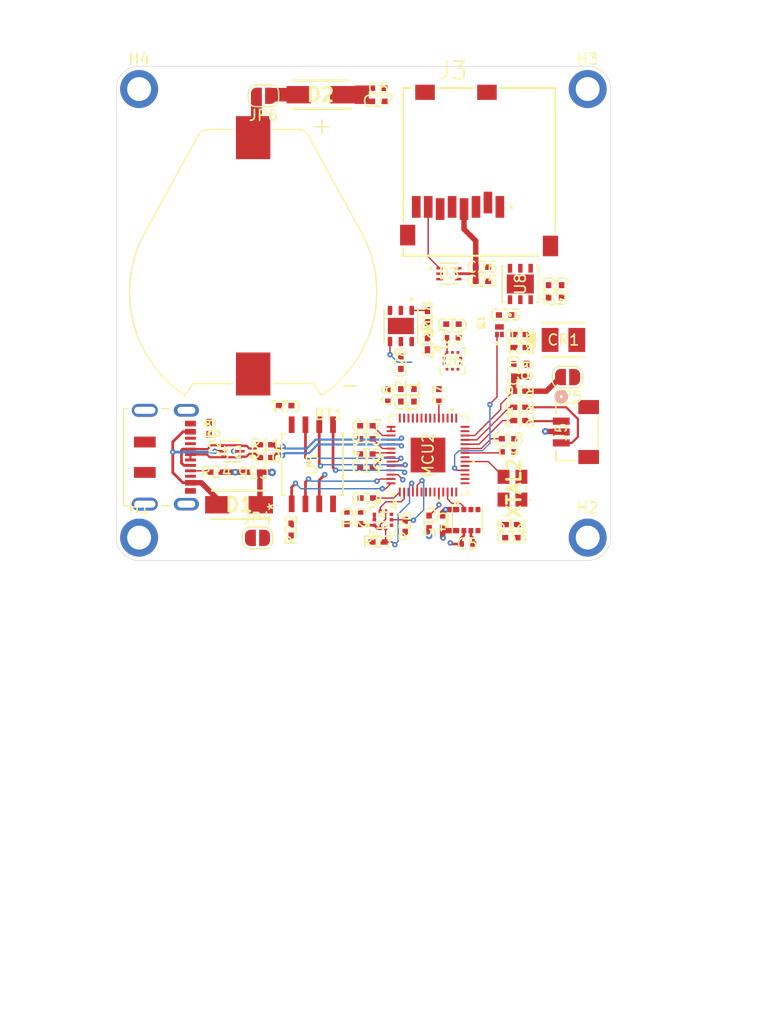
<source format=kicad_pcb>
(kicad_pcb (version 20241229) (generator "pcbnew") (generator_version "9.0")
  (layers (0 "F.Cu" signal) (4 "In1.Cu" power) (6 "In2.Cu" power) (2 "B.Cu" signal) (13 "F.Paste" user) (15 "B.Paste" user) (5 "F.SilkS" user "F.Silkscreen") (7 "B.SilkS" user "B.Silkscreen") (1 "F.Mask" user) (3 "B.Mask" user) (25 "Edge.Cuts" user))
  (net 0 "")
  (net 1 "GND")
  (net 2 "+3.3V")
  (net 3 "Net-(MCU2-VREG_VOUT)")
  (net 4 "Net-(MCU2-RUN)")
  (net 5 "VBUS")
  (net 6 "+6V")
  (net 7 "Net-(CR1-Pad1)")
  (net 8 "Net-(D2-A)")
  (net 9 "/SD-Card SCK SPI")
  (net 10 "/SD-Card MOSI SPI")
  (net 11 "/SD-Card  ~{CS} SPI")
  (net 12 "/SD-Card MISO SPI")
  (net 13 "/USB_DN")
  (net 14 "/SDA1 I2C")
  (net 15 "/SCL1 I2C")
  (net 18 "Net-(J20-CC2)")
  (net 22 "Net-(J20-CC1)")
  (net 28 "/USB ~{BOOT}")
  (net 29 "/MCU ~{BOOT}")
  (net 30 "/SCL0 I2C")
  (net 31 "/Humidity RDY")
  (net 33 "Net-(MCU2-SWD)")
  (net 34 "Net-(MCU2-SWCLK)")
  (net 35 "/SCK1 SPI")
  (net 36 "/MCU SD3 SPI")
  (net 37 "/MOSI1 SPI")
  (net 38 "/MCU ~{CS} SPI")
  (net 39 "/BAR2 RDY")
  (net 41 "/MCU SD1 SPI")
  (net 42 "/SDA0 I2C")
  (net 43 "/Crystal")
  (net 44 "/MISO1 SPI")
  (net 45 "Net-(XTAL2-TRI-STATE(STBY))")
  (net 46 "/MCU SCLK SPI")
  (net 50 "/BAR1 RDY")
  (net 52 "/MCU SD2 SPI")
  (net 54 "/MCU SD0 SPI")
  (net 55 "Net-(Q1-Pad2)")
  (net 56 "/SWD")
  (net 57 "/CLK SWD")
  (net 58 "VBAT")
  (net 60 "/D+")
  (net 61 "/D-")
  (net 63 "/USB_DP")
  (net 65 "/LED Status")
  (net 66 "/HUM ~{CS} SPI")
  (footprint "Capacitor-0402:Capacitor_0402" (layer "F.Cu") (at 127.4 84.8 90)
    (property "Reference" "C11")
    (property "Value" "100n")
  )
  (footprint "Resistor-0402:RES_0402" (layer "F.Cu") (at 128.65 77.547201 90)
    (property "Reference" "R18")
    (property "Value" "2k")
  )
  (footprint "Capacitor-0402:Capacitor_0402" (layer "F.Cu") (at 124.125 57.73)
    (property "Reference" "C27")
    (property "Value" "4.7u")
  )
  (footprint "MountingHole:MountingHole_2.2mm_M2_ISO7380_Pad_TopBottom" (layer "F.Cu") (at 143.4 97.9)
    (property "Reference" "H2")
    (property "Value" "MountingHole")
  )
  (footprint "Capacitor-0402:Capacitor_0402" (layer "F.Cu") (at 130.949996 79.496004)
    (property "Reference" "C3")
    (property "Value" "100nF")
  )
  (footprint "Capacitor-0402:Capacitor_0402" (layer "F.Cu") (at 140.999997 75.228499 -90)
    (property "Reference" "C24")
    (property "Value" "1u")
  )
  (footprint "Resistor-0402:RES_0402" (layer "F.Cu") (at 108.549999 87.847201 -90)
    (property "Reference" "R9")
    (property "Value" "5k1")
  )
  (footprint "MountingHole:MountingHole_2.2mm_M2_ISO7380_Pad_TopBottom" (layer "F.Cu") (at 143.4 56.6)
    (property "Reference" "H3")
    (property "Value" "MountingHole")
  )
  (footprint "Capacitor-0402:Capacitor_0402" (layer "F.Cu") (at 123.028499 91.4)
    (property "Reference" "C19")
    (property "Value" "100n")
  )
  (footprint "Capacitor-0402:Capacitor_0402" (layer "F.Cu") (at 112.649999 91.875 180)
    (property "Reference" "C36")
    (property "Value" "100n")
  )
  (footprint "Resistor-0402:RES_0402" (layer "F.Cu") (at 137.147201 84.420276 180)
    (property "Reference" "R16")
    (property "Value" "1k")
  )
  (footprint "LED-Green_VLMC3100-GS08:LED_PLCC_VSMB" (layer "F.Cu") (at 141.1681 79.7)
    (property "Reference" "CR1")
    (property "Value" "VLMC3100-GS08")
  )
  (footprint "Resistor-0402:RES_0402" (layer "F.Cu") (at 113.749999 90.525)
    (property "Reference" "R10")
    (property "Value" "27")
  )
  (footprint "Resistor-0402:RES_0402" (layer "F.Cu") (at 128.65 80.052799 -90)
    (property "Reference" "R17")
    (property "Value" "2k")
  )
  (footprint "BARO LPS22DFTR:QFN_22DFTR_STM" (layer "F.Cu") (at 124.549937 96.2571 90)
    (property "Reference" "U4")
    (property "Value" "LPS22DFTR")
  )
  (footprint "Capacitor-0402:Capacitor_0402" (layer "F.Cu") (at 136.6 82.491777 90)
    (property "Reference" "C20")
    (property "Value" "1u")
  )
  (footprint "Resistor-0402:RES_0402" (layer "F.Cu") (at 137.147201 87.121623 180)
    (property "Reference" "R12")
    (property "Value" "100")
  )
  (footprint "Diode-Schottky_RSX301L:DIOM5026X220N" (layer "F.Cu") (at 111.3 94.875002 180)
    (property "Reference" "D1")
    (property "Value" "RSX301L-30DDTE25" (hide yes))
  )
  (footprint "USBC-DX07S016JA1:JAE_DX07S016JA1R1500" (layer "F.Cu") (at 105.725 90.5 -90)
    (property "Reference" "J20")
    (property "Value" "DX07S016JA1R1500")
    (fp_line (start 3.125 0.315) (end 2.875 0.315) (stroke (width 0.01)) (layer "Edge.Cuts"))
    (fp_line (start 2.875 -0.315) (end 3.125 -0.315) (stroke (width 0.01)) (layer "Edge.Cuts"))
    (fp_arc (start 2.875 0.315) (mid 2.652261 0.222739) (end 2.56 0) (stroke (width 0.01)) (layer "Edge.Cuts"))
    (fp_arc (start 2.56 0) (mid 2.652261 -0.222739) (end 2.875 -0.315) (stroke (width 0.01)) (layer "Edge.Cuts"))
    (fp_arc (start 3.44 0) (mid 3.347739 0.222739) (end 3.125 0.315) (stroke (width 0.01)) (layer "Edge.Cuts"))
    (fp_arc (start 3.125 -0.315) (mid 3.347739 -0.222739) (end 3.44 0) (stroke (width 0.01)) (layer "Edge.Cuts"))
  )
  (footprint "Jumper:SolderJumper-2_P1.3mm_Open_RoundedPad1.0x1.5mm" (layer "F.Cu") (at 113 97.925)
    (property "Reference" "JP4")
    (property "Value" "Jumper_2_Open")
  )
  (footprint "Resistor-0402:RES_0402" (layer "F.Cu") (at 137.174998 79.200001 180)
    (property "Reference" "R20")
    (property "Value" "1k")
  )
  (footprint "Resistor-0402:RES_0402" (layer "F.Cu") (at 109.174999 91.875)
    (property "Reference" "R24")
    (property "Value" "5k1")
  )
  (footprint "Capacitor-0402:Capacitor_0402" (layer "F.Cu") (at 133.665 74.3)
    (property "Reference" "C25")
    (property "Value" "4.7u")
  )
  (footprint "Resistor-0402:RES_0402" (layer "F.Cu") (at 124.097201 98.3)
    (property "Reference" "R27")
    (property "Value" "2k")
  )
  (footprint "Capacitor-0402:Capacitor_0402" (layer "F.Cu") (at 133.665 73)
    (property "Reference" "C26")
    (property "Value" "4.7u")
  )
  (footprint "RP2040:QFN56_7X7_RPI" (layer "F.Cu") (at 128.7 90.3 90)
    (property "Reference" "MCU2")
    (property "Value" "RP2040")
  )
  (footprint "BARO BMP581:QFN10_BMP581_BOS" (layer "F.Cu") (at 130.949999 81.623001)
    (property "Reference" "U6")
    (property "Value" "BMP581")
  )
  (footprint "1062TR:BAT_1062TR" (layer "F.Cu") (at 112.6 71.955 180)
    (property "Reference" "BT1")
    (property "Value" "1062TR")
  )
  (footprint "Capacitor-0402:Capacitor_0402" (layer "F.Cu") (at 121.237336 96.085725 -90)
    (property "Reference" "C1")
    (property "Value" "100nF")
  )
  (footprint "Capacitor-0402:Capacitor_0402" (layer "F.Cu") (at 123.028499 87.6)
    (property "Reference" "C17")
    (property "Value" "100n")
  )
  (footprint "Resistor-0402:RES_0402" (layer "F.Cu") (at 136.375 96.7 180)
    (property "Reference" "R19")
    (property "Value" "10k")
  )
  (footprint "Capacitor-0402:Capacitor_0402" (layer "F.Cu") (at 136.071501 90)
    (property "Reference" "C9")
    (property "Value" "100n")
  )
  (footprint "Resistor-0402:RES_0402" (layer "F.Cu") (at 137.174998 80.400001 180)
    (property "Reference" "R21")
    (property "Value" "2k")
  )
  (footprint "HDC2080DMBR:SON100P300X300X80-7N" (layer "F.Cu") (at 126.2 78.415 -90)
    (property "Reference" "U1")
    (property "Value" "HDC2080DMBR")
  )
  (footprint "Capacitor-0402:Capacitor_0402" (layer "F.Cu") (at 128.800001 96.441544 -90)
    (property "Reference" "C15")
    (property "Value" "100n")
  )
  (footprint "TVS-SP3004:SOT563_LTF" (layer "F.Cu") (at 130.625 73.6)
    (property "Reference" "D3")
    (property "Value" "SP3004-04XTG")
  )
  (footprint "Capacitor-0402:Capacitor_0402" (layer "F.Cu") (at 130.949998 78.246001 180)
    (property "Reference" "C13")
    (property "Value" "100nF")
  )
  (footprint "Capacitor-0402:Capacitor_0402" (layer "F.Cu") (at 132.300001 98.488745)
    (property "Reference" "C5")
    (property "Value" "100n")
  )
  (footprint "Capacitor-0402:Capacitor_0402" (layer "F.Cu") (at 136.071501 88.8)
    (property "Reference" "C18")
    (property "Value" "1u")
  )
  (footprint "AS12MHz:ASE24576MHZLCT" (layer "F.Cu") (at 136.475 93.35 90)
    (property "Reference" "XTAL2")
    (property "Value" "ASE-12.000MHZ-LC-T" (hide yes))
  )
  (footprint "Resistor-0402:RES_0402" (layer "F.Cu") (at 113.749999 89.35)
    (property "Reference" "R11")
    (property "Value" "27")
  )
  (footprint "Jumper:SolderJumper-2_P1.3mm_Open_RoundedPad1.0x1.5mm" (layer "F.Cu") (at 141.550001 83.120276 180)
    (property "Reference" "JP5")
    (property "Value" "Jumper_2_Open")
  )
  (footprint "Capacitor-0402:Capacitor_0402" (layer "F.Cu") (at 126.2 84.8 90)
    (property "Reference" "C12")
    (property "Value" "100n")
  )
  (footprint "TVS-SP3004:SOT563_LTF" (layer "F.Cu") (at 110.667399 89.95 180)
    (property "Reference" "D4")
    (property "Value" "SP3004-04XTG")
  )
  (footprint "Capacitor-0402:Capacitor_0402" (layer "F.Cu") (at 124.125 56.53)
    (property "Reference" "C6")
    (property "Value" "4.7u")
  )
  (footprint "Capacitor-0402:Capacitor_0402" (layer "F.Cu") (at 126.2 81.797201 90)
    (property "Reference" "C28")
    (property "Value" "100n")
  )
  (footprint "NOR Flash:SOIC_208MIL_WIN" (layer "F.Cu") (at 118.05 91.15 90)
    (property "Reference" "U5")
    (property "Value" "W25Q128JVSIQ TR")
  )
  (footprint "BME280:BME280" (layer "F.Cu") (at 132.325001 96.288745 90)
    (property "Reference" "HM1")
    (property "Value" "PSON65P250X250X100-8N")
  )
  (footprint "SD-CARD_MEM2061-01-188-00-A:GCT_MEM2061-01-188-00-A_REVA" (layer "F.Cu") (at 133.375 64.225)
    (property "Reference" "J3")
    (property "Value" "MEM2061-01-188-00-A_REVA")
  )
  (footprint "LDO ST1L05A:DFN_5APU33R_STM" (layer "F.Cu") (at 137.2 74.5478 90)
    (property "Reference" "U8")
    (property "Value" "ST1L05APU33R")
  )
  (footprint "Resistor-0402:RES_0402" (layer "F.Cu") (at 116.1 97.202799 90)
    (property "Reference" "R22")
    (property "Value" "1k")
  )
  (footprint "PNP_BC857CMB_315:TRANS_PMZB550UNEYL" (layer "F.Cu") (at 135.275 78.850001 90)
    (property "Reference" "Q1")
    (property "Value" "BC857CMB_315")
  )
  (footprint "MountingHole:MountingHole_2.2mm_M2_ISO7380_Pad_TopBottom" (layer "F.Cu") (at 102.1 56.6)
    (property "Reference" "H4")
    (property "Value" "MountingHole")
  )
  (footprint "Capacitor-0402:Capacitor_0402" (layer "F.Cu") (at 139.8 75.228499 -90)
    (property "Reference" "C22")
    (property "Value" "4.7u")
  )
  (footprint "Resistor-0402:RES_0402" (layer "F.Cu") (at 126.6 96.852799 90)
    (property "Reference" "R26")
    (property "Value" "2k")
  )
  (footprint "Capacitor-0402:Capacitor_0402" (layer "F.Cu") (at 125 84.8 90)
    (property "Reference" "C8")
    (property "Value" "1uF")
  )
  (footprint "Capacitor-0402:Capacitor_0402" (layer "F.Cu") (at 130.050001 96.441544 -90)
    (property "Reference" "C4")
    (property "Value" "100n")
  )
  (footprint "Capacitor-0402:Capacitor_0402" (layer "F.Cu") (at 123.028499 90.2 180)
    (property "Reference" "C14")
    (property "Value" "100n")
  )
  (footprint "MountingHole:MountingHole_2.2mm_M2_ISO7380_Pad_TopBottom" (layer "F.Cu") (at 102.1 97.9)
    (property "Reference" "H1")
    (property "Value" "MountingHole")
  )
  (footprint "Capacitor-0402:Capacitor_0402" (layer "F.Cu") (at 136.374999 97.9)
    (property "Reference" "C33")
    (property "Value" "1uF")
  )
  (footprint "Jumper:SolderJumper-2_P1.3mm_Open_RoundedPad1.0x1.5mm" (layer "F.Cu") (at 113.550001 57.22 180)
    (property "Reference" "JP6")
    (property "Value" "Jumper_2_Open")
  )
  (footprint "Capacitor-0402:Capacitor_0402" (layer "F.Cu") (at 135.8 77.402799)
    (property "Reference" "C23")
    (property "Value" "4.7u")
  )
  (footprint "Resistor-0402:RES_0402" (layer "F.Cu") (at 137.147201 85.9 180)
    (property "Reference" "R15")
    (property "Value" "100")
  )
  (footprint "Capacitor-0402:Capacitor_0402" (layer "F.Cu") (at 129.7 84.8 90)
    (property "Reference" "C7")
    (property "Value" "100n")
  )
  (footprint "Capacitor-0402:Capacitor_0402" (layer "F.Cu") (at 115.55 85.750001 180)
    (property "Reference" "C21")
    (property "Value" "100n")
  )
  (footprint "Diode-Schottky_RSX301L:DIOM5026X220N" (layer "F.Cu") (at 118.8 57.12 180)
    (property "Reference" "D2")
    (property "Value" "RSX301L-30DDTE25" (hide yes))
  )
  (footprint "Capacitor-0402:Capacitor_0402" (layer "F.Cu") (at 123.028499 88.8 180)
    (property "Reference" "C16")
    (property "Value" "100n")
  )
  (footprint "Capacitor-0402:Capacitor_0402" (layer "F.Cu") (at 123.065835 94.257226 180)
    (property "Reference" "C10")
    (property "Value" "100n")
  )
  (footprint "Capacitor-0402:Capacitor_0402" (layer "F.Cu") (at 122.493512 96.085725 -90)
    (property "Reference" "C2")
    (property "Value" "100nF")
  )
  (footprint "SWD_Con:CONN_BM03B-SRSS-TBLFSN_JST" (layer "F.Cu") (at 142.394256 88.179723 90)
    (property "Reference" "J5")
    (property "Value" "BM03B-SRSS-TBLFSN")
  )
  (footprint "Resistor-0402:RES_0402" (layer "F.Cu") (at 137.790652 82.491777 -90)
    (property "Reference" "R8")
    (property "Value" "1k")
  )
  (gr_arc (start 145.5 97.9) (mid 144.884924 99.384924) (end 143.4 100) (stroke (width 0.05)) (layer "Edge.Cuts"))
  (gr_arc (start 102.1 100) (mid 100.615076 99.384924) (end 100 97.9) (stroke (width 0.05)) (layer "Edge.Cuts"))
  (gr_arc (start 100 56.6) (mid 100.615076 55.115076) (end 102.1 54.5) (stroke (width 0.05)) (layer "Edge.Cuts"))
  (gr_line (start 145.5 56.6) (end 145.5 97.9) (stroke (width 0.05)) (layer "Edge.Cuts"))
  (gr_arc (start 143.4 54.5) (mid 144.884924 55.115076) (end 145.5 56.6) (stroke (width 0.05)) (layer "Edge.Cuts"))
  (gr_line (start 100 97.9) (end 100 56.6) (stroke (width 0.05)) (layer "Edge.Cuts"))
  (gr_line (start 102.1 54.5) (end 143.4 54.5) (stroke (width 0.05)) (layer "Edge.Cuts"))
  (gr_line (start 143.4 100) (end 102.1 100) (stroke (width 0.05)) (layer "Edge.Cuts"))
  (segment (start 123.762537 95.756973) (end 123.762536 96.257099) (width 0.25) (layer "F.Cu") (net 1))
  (segment (start 139.494402 88.121623) (end 140.907752 88.121623) (width 0.5) (layer "F.Cu") (net 1))
  (segment (start 110.949999 91.875) (end 112.078499 91.875) (width 0.5) (layer "F.Cu") (net 1))
  (segment (start 109.727798 91.875) (end 110.949999 91.875) (width 0.5) (layer "F.Cu") (net 1))
  (segment (start 111.518299 89.95) (end 110.799999 89.95) (width 0.25) (layer "F.Cu") (net 1))
  (segment (start 141.007754 88.221623) (end 140.965852 88.179724) (width 0.5) (layer "F.Cu") (net 1))
  (segment (start 130.050001 95.870043) (end 130.050001 95.588745) (width 0.5) (layer "F.Cu") (net 1))
  (segment (start 130.050001 95.588745) (end 130.320001 95.318745) (width 0.5) (layer "F.Cu") (net 1))
  (segment (start 130.850001 98.488745) (end 130.750001 98.388745) (width 0.25) (layer "F.Cu") (net 1))
  (segment (start 128.800001 97.013045) (end 128.800001 97.738745) (width 0.5) (layer "F.Cu") (net 1))
  (segment (start 130.320001 95.318745) (end 131.324001 95.318745) (width 0.5) (layer "F.Cu") (net 1))
  (segment (start 140.907752 88.121623) (end 140.965852 88.179724) (width 0.5) (layer "F.Cu") (net 1))
  (segment (start 132.000001 97.258745) (end 132.000001 97.713244) (width 0.25) (layer "F.Cu") (net 1))
  (segment (start 131.7285 97.984745) (end 131.7285 98.488745) (width 0.25) (layer "F.Cu") (net 1))
  (segment (start 131.7285 98.488745) (end 130.850001 98.488745) (width 0.25) (layer "F.Cu") (net 1))
  (segment (start 132.000001 97.713244) (end 131.7285 97.984745) (width 0.25) (layer "F.Cu") (net 1))
  (via (at 110.949999 91.875) (size 0.6) (drill 0.3) (layers "F.Cu" "B.Cu") (net 1))
  (via (at 130.320001 95.318745) (size 0.5) (drill 0.2) (layers "F.Cu" "B.Cu") (net 1))
  (via (at 110.799999 89.95) (size 0.5) (drill 0.2) (layers "F.Cu" "B.Cu") (net 1))
  (via (at 128.800001 97.738745) (size 0.6) (drill 0.25) (layers "F.Cu" "B.Cu") (net 1))
  (via (at 139.494402 88.121623) (size 0.6) (drill 0.25) (layers "F.Cu" "B.Cu") (net 1))
  (via (at 130.750001 98.388745) (size 0.5) (drill 0.2) (layers "F.Cu" "B.Cu") (net 1))
  (segment (start 130.45 80.85) (end 130.45 79.567509) (width 0.125) (layer "F.Cu") (net 2))
  (segment (start 130.189698 81.110302) (end 130.45 80.85) (width 0.125) (layer "F.Cu") (net 2))
  (segment (start 124.500001 89.700001) (end 125.2964 89.700001) (width 0.125) (layer "F.Cu") (net 2))
  (segment (start 132.871502 97.984745) (end 132.871502 98.488745) (width 0.25) (layer "F.Cu") (net 2))
  (segment (start 132.950001 98.338745) (end 132.950001 98.388745) (width 0.25) (layer "F.Cu") (net 2))
  (segment (start 123.637335 94.257226) (end 125.546374 94.257226) (width 0.125) (layer "F.Cu") (net 2))
  (segment (start 123.762537 96.757225) (end 122.578374 96.757226) (width 0.25) (layer "F.Cu") (net 2))
  (segment (start 129.7 85.3715) (end 129.700001 86.8964) (width 0.125) (layer "F.Cu") (net 2))
  (segment (start 124.299873 97.044499) (end 124.049811 97.044499) (width 0.25) (layer "F.Cu") (net 2))
  (segment (start 128.818703 95.870043) (end 128.800001 95.870043) (width 0.125) (layer "F.Cu") (net 2))
  (segment (start 124.049811 97.044499) (end 123.762537 96.757225) (width 0.25) (layer "F.Cu") (net 2))
  (segment (start 133.0935 70.5785) (end 132.015 69.5) (width 0.5) (layer "F.Cu") (net 2))
  (segment (start 124.8 96.2) (end 124.299874 96.700126) (width 0.125) (layer "F.Cu") (net 2))
  (segment (start 124.299874 96.700126) (end 124.299874 97.0445) (width 0.125) (layer "F.Cu") (net 2))
  (segment (start 132.015 69.5) (end 132.015 67.65) (width 0.5) (layer "F.Cu") (net 2))
  (segment (start 130.050001 97.013045) (end 130.050001 97.888745) (width 0.5) (layer "F.Cu") (net 2))
  (segment (start 130.189697 81.373001) (end 130.189698 81.110302) (width 0.125) (layer "F.Cu") (net 2))
  (segment (start 131.4759 73.6) (end 133.0935 73.6) (width 0.25) (layer "F.Cu") (net 2))
  (segment (start 123.6 90.3) (end 123.8 90.1) (width 0.125) (layer "F.Cu") (net 2))
  (segment (start 135.4 90.1) (end 132.1036 90.1) (width 0.125) (layer "F.Cu") (net 2))
  (segment (start 130.050001 97.138745) (end 130.170001 97.258745) (width 0.5) (layer "F.Cu") (net 2))
  (segment (start 124.8 95.4697) (end 124.8 96.2) (width 0.125) (layer "F.Cu") (net 2))
  (segment (start 129.700001 94.988745) (end 128.818703 95.870043) (width 0.125) (layer "F.Cu") (net 2))
  (segment (start 130.050001 97.888745) (end 130.100001 97.938745) (width 0.5) (layer "F.Cu") (net 2))
  (segment (start 130.45 79.567509) (end 130.378495 79.496004) (width 0.125) (layer "F.Cu") (net 2))
  (segment (start 125.546374 94.257226) (end 126.1 93.7036) (width 0.125) (layer "F.Cu") (net 2))
  (segment (start 130.170001 97.258745) (end 131.324001 97.258745) (width 0.5) (layer "F.Cu") (net 2))
  (segment (start 132.650001 97.763244) (end 132.871502 97.984745) (width 0.25) (layer "F.Cu") (net 2))
  (segment (start 130.050001 97.013045) (end 130.050001 97.138745) (width 0.5) (layer "F.Cu") (net 2))
  (segment (start 129.700001 94.888745) (end 129.700001 94.988745) (width 0.125) (layer "F.Cu") (net 2))
  (segment (start 133.0935 74.3) (end 133.0935 73.6) (width 0.5) (layer "F.Cu") (net 2))
  (segment (start 125.2964 88.099999) (end 125.2964 87.7) (width 0.125) (layer "F.Cu") (net 2))
  (segment (start 131.349999 97.433745) (end 131.349999 97.188748) (width 0.125) (layer "F.Cu") (net 2))
  (segment (start 132.649999 97.188746) (end 132.65 97.35) (width 0.125) (layer "F.Cu") (net 2))
  (segment (start 123.6 88.8) (end 124.500001 89.700001) (width 0.125) (layer "F.Cu") (net 2))
  (segment (start 129.700001 93.7036) (end 129.700001 94.888745) (width 0.125) (layer "F.Cu") (net 2))
  (segment (start 133.0935 73) (end 133.0935 70.5785) (width 0.5) (layer "F.Cu") (net 2))
  (segment (start 133.0935 73.6) (end 133.0935 73) (width 0.5) (layer "F.Cu") (net 2))
  (segment (start 135.5 90) (end 135.4 90.1) (width 0.125) (layer "F.Cu") (net 2))
  (segment (start 123.8 90.1) (end 125.2964 90.1) (width 0.125) (layer "F.Cu") (net 2))
  (segment (start 132.650001 97.258745) (end 132.650001 97.763244) (width 0.25) (layer "F.Cu") (net 2))
  (via (at 129.700001 94.888745) (size 0.5) (drill 0.2) (layers "F.Cu" "B.Cu") (net 2))
  (via (at 130.100001 97.938745) (size 0.5) (drill 0.2) (layers "F.Cu" "B.Cu") (net 2))
  (segment (start 134.500001 88.8) (end 135.5 88.8) (width 0.125) (layer "F.Cu") (net 3))
  (segment (start 133.6 89.700001) (end 132.1036 89.700001) (width 0.125) (layer "F.Cu") (net 3))
  (segment (start 133.6 89.700001) (end 134.500001 88.8) (width 0.125) (layer "F.Cu") (net 3))
  (segment (start 123.6 87.6) (end 124.500001 88.500001) (width 0.125) (layer "F.Cu") (net 3))
  (segment (start 124.6 90.5) (end 125.2964 90.5) (width 0.125) (layer "F.Cu") (net 3))
  (segment (start 123.6 91.5) (end 124.6 90.5) (width 0.125) (layer "F.Cu") (net 3))
  (segment (start 124.500001 88.500001) (end 125.2964 88.500001) (width 0.125) (layer "F.Cu") (net 3))
  (segment (start 135.400001 85.6) (end 136.579725 84.420276) (width 0.125) (layer "F.Cu") (net 4))
  (segment (start 136.6 83.063278) (end 137.77195 83.063278) (width 0.5) (layer "F.Cu") (net 4))
  (segment (start 135.400001 85.6) (end 135.400001 86.099999) (width 0.125) (layer "F.Cu") (net 4))
  (segment (start 136.579725 84.420276) (end 136.594402 84.420276) (width 0.125) (layer "F.Cu") (net 4))
  (segment (start 136.594402 84.420276) (end 136.594402 83.15768) (width 0.5) (layer "F.Cu") (net 4))
  (segment (start 135.400001 86.099999) (end 132.999999 88.500001) (width 0.125) (layer "F.Cu") (net 4))
  (segment (start 132.999999 88.500001) (end 132.1036 88.500001) (width 0.125) (layer "F.Cu") (net 4))
  (segment (start 137.77195 83.063278) (end 137.790652 83.044576) (width 0.5) (layer "F.Cu") (net 4))
  (segment (start 109.816498 89.950001) (end 109.067399 89.95) (width 0.25) (layer "F.Cu") (net 5))
  (segment (start 105.2 90.025) (end 105.2 91.911999) (width 0.25) (layer "F.Cu") (net 5))
  (segment (start 107.825 92.85) (end 109.3 94.325) (width 0.5) (layer "F.Cu") (net 5))
  (segment (start 105.2 89.088003) (end 106.138002 88.150002) (width 0.25) (layer "F.Cu") (net 5))
  (segment (start 106.825 92.85) (end 107.825 92.85) (width 0.5) (layer "F.Cu") (net 5))
  (segment (start 105.2 90.025) (end 105.2 89.088003) (width 0.25) (layer "F.Cu") (net 5))
  (segment (start 109.3 94.325) (end 109.3 94.875002) (width 0.5) (layer "F.Cu") (net 5))
  (segment (start 105.2 91.911999) (end 106.138001 92.85) (width 0.25) (layer "F.Cu") (net 5))
  (segment (start 106.138001 92.85) (end 106.825002 92.85) (width 0.25) (layer "F.Cu") (net 5))
  (segment (start 106.138002 88.150002) (end 106.825 88.150002) (width 0.25) (layer "F.Cu") (net 5))
  (via (at 109.067399 89.95) (size 0.5) (drill 0.2) (layers "F.Cu" "B.Cu") (net 5))
  (via (at 105.2 90.025) (size 0.5) (drill 0.2) (layers "F.Cu" "B.Cu") (net 5))
  (segment (start 105.2 90.025) (end 108.942399 90.025) (width 0.25) (layer "B.Cu") (net 5))
  (segment (start 108.942399 90.025) (end 109.067399 89.9) (width 0.25) (layer "B.Cu") (net 5))
  (segment (start 113.221499 91.875) (end 113.221499 94.796501) (width 0.5) (layer "F.Cu") (net 6))
  (segment (start 114.324999 91.875) (end 114.349999 91.9) (width 0.5) (layer "F.Cu") (net 6))
  (segment (start 113.221499 91.875) (end 114.324999 91.875) (width 0.5) (layer "F.Cu") (net 6))
  (via (at 114.349999 91.9) (size 0.7) (drill 0.3) (layers "F.Cu" "B.Cu") (net 6))
  (segment (start 114.42 57.12) (end 114.32 57.22) (width 1.25) (layer "F.Cu") (net 8))
  (segment (start 116.8 57.12) (end 114.42 57.12) (width 1.25) (layer "F.Cu") (net 8))
  (segment (start 128.715 72.040901) (end 128.715 67.45) (width 0.125) (layer "F.Cu") (net 12))
  (segment (start 129.7741 73.100001) (end 128.715 72.040901) (width 0.125) (layer "F.Cu") (net 12))
  (segment (start 112.8472 89.7) (end 113.1972 89.35) (width 0.2) (layer "F.Cu") (net 13))
  (segment (start 108.4 89.749999) (end 108.750999 89.399) (width 0.2) (layer "F.Cu") (net 13))
  (segment (start 106.225 91.250002) (end 105.999001 91.024002) (width 0.25) (layer "F.Cu") (net 13))
  (segment (start 109.765498 89.399) (end 109.816499 89.450001) (width 0.2) (layer "F.Cu") (net 13))
  (segment (start 105.999001 91.024002) (end 105.999001 89.876) (width 0.25) (layer "F.Cu") (net 13))
  (segment (start 106.125001 89.75) (end 106.825002 89.75) (width 0.25) (layer "F.Cu") (net 13))
  (segment (start 106.825002 89.75) (end 106.850002 89.775) (width 0.2) (layer "F.Cu") (net 13))
  (segment (start 111.518299 89.450001) (end 112 89.450001) (width 0.2) (layer "F.Cu") (net 13))
  (segment (start 111.467298 89.399) (end 111.518299 89.450001) (width 0.2) (layer "F.Cu") (net 13))
  (segment (start 112.249999 89.7) (end 112.8472 89.7) (width 0.2) (layer "F.Cu") (net 13))
  (segment (start 108.750999 89.399) (end 109.765498 89.399) (width 0.2) (layer "F.Cu") (net 13))
  (segment (start 112 89.450001) (end 112.249999 89.7) (width 0.2) (layer "F.Cu") (net 13))
  (segment (start 106.825 91.250002) (end 106.225 91.250002) (width 0.25) (layer "F.Cu") (net 13))
  (segment (start 106.825 89.749999) (end 108.4 89.749999) (width 0.2) (layer "F.Cu") (net 13))
  (segment (start 105.999001 89.876) (end 106.125001 89.75) (width 0.25) (layer "F.Cu") (net 13))
  (segment (start 109.8675 89.399) (end 111.467298 89.399) (width 0.2) (layer "F.Cu") (net 13))
  (segment (start 113.1194 89.35) (end 113.1972 89.35) (width 0.2) (layer "F.Cu") (net 13))
  (segment (start 109.816499 89.450001) (end 109.8675 89.399) (width 0.2) (layer "F.Cu") (net 13))
  (segment (start 106.825 89.749999) (end 106.850001 89.775) (width 0.2) (layer "F.Cu") (net 13))
  (segment (start 127.699999 93.081302) (end 127.699999 93.7036) (width 0.125) (layer "F.Cu") (net 14))
  (segment (start 125.337337 96.2571) (end 126.5571 96.2571) (width 0.125) (layer "F.Cu") (net 14))
  (segment (start 126.5571 96.2571) (end 126.6 96.3) (width 0.125) (layer "F.Cu") (net 14))
  (segment (start 126.6 96.3) (end 127.35 96.3) (width 0.125) (layer "F.Cu") (net 14))
  (segment (start 128.15 92.65) (end 128.05 92.65) (width 0.125) (layer "F.Cu") (net 14))
  (segment (start 128.05 92.65) (end 128.031301 92.668699) (width 0.125) (layer "F.Cu") (net 14))
  (segment (start 128.031301 92.668699) (end 128.031301 92.75) (width 0.125) (layer "F.Cu") (net 14))
  (segment (start 128.031301 92.75) (end 127.699999 93.081302) (width 0.125) (layer "F.Cu") (net 14))
  (via (at 128.15 92.65) (size 0.5) (drill 0.2) (layers "F.Cu" "B.Cu") (net 14))
  (via (at 127.35 96.3) (size 0.5) (drill 0.2) (layers "F.Cu" "B.Cu") (net 14))
  (segment (start 128.15 92.65) (end 128.3 92.8) (width 0.125) (layer "B.Cu") (net 14))
  (segment (start 128.3 92.8) (end 128.3 95.35) (width 0.125) (layer "B.Cu") (net 14))
  (segment (start 128.3 95.35) (end 127.35 96.3) (width 0.125) (layer "B.Cu") (net 14))
  (segment (start 125.4 98.3) (end 125.65 98.55) (width 0.125) (layer "F.Cu") (net 15))
  (segment (start 127.3 93) (end 127.2 92.9) (width 0.125) (layer "F.Cu") (net 15))
  (segment (start 127.3 93.7036) (end 127.3 93) (width 0.125) (layer "F.Cu") (net 15))
  (segment (start 124.8 98.15) (end 124.8 97.0445) (width 0.125) (layer "F.Cu") (net 15))
  (segment (start 124.65 98.3) (end 124.8 98.15) (width 0.125) (layer "F.Cu") (net 15))
  (segment (start 124.65 98.3) (end 125.4 98.3) (width 0.125) (layer "F.Cu") (net 15))
  (via (at 127.2 92.9) (size 0.5) (drill 0.2) (layers "F.Cu" "B.Cu") (net 15))
  (via (at 125.65 98.55) (size 0.5) (drill 0.2) (layers "F.Cu" "B.Cu") (net 15))
  (segment (start 127 93.1) (end 127.2 92.9) (width 0.125) (layer "B.Cu") (net 15))
  (segment (start 125.65 98.55) (end 125.95 98.25) (width 0.125) (layer "B.Cu") (net 15))
  (segment (start 125.95 95.75) (end 127 94.7) (width 0.125) (layer "B.Cu") (net 15))
  (segment (start 125.95 98.25) (end 125.95 95.75) (width 0.125) (layer "B.Cu") (net 15))
  (segment (start 127 94.7) (end 127 93.1) (width 0.125) (layer "B.Cu") (net 15))
  (segment (start 106.825 91.75) (end 108.449999 91.75) (width 0.125) (layer "F.Cu") (net 18))
  (segment (start 139.600002 84.420276) (end 140.900002 83.120276) (width 0.5) (layer "F.Cu") (net 29))
  (segment (start 137.7 84.420276) (end 139.600002 84.420276) (width 0.5) (layer "F.Cu") (net 29))
  (segment (start 125.2 81.05) (end 125.2 79.85) (width 0.125) (layer "F.Cu") (net 31))
  (via (at 125.2 81.05) (size 0.5) (drill 0.2) (layers "F.Cu" "B.Cu") (net 31))
  (segment (start 125.9 81.75) (end 127.2 81.75) (width 0.125) (layer "B.Cu") (net 31))
  (segment (start 125.2 81.05) (end 125.9 81.75) (width 0.125) (layer "B.Cu") (net 31))
  (segment (start 132.1036 88.9) (end 133.2 88.9) (width 0.125) (layer "F.Cu") (net 33))
  (segment (start 133.2 88.9) (end 136.2 85.9) (width 0.125) (layer "F.Cu") (net 33))
  (segment (start 136.2 85.9) (end 136.594402 85.9) (width 0.125) (layer "F.Cu") (net 33))
  (segment (start 133.400001 89.299999) (end 132.1036 89.299999) (width 0.125) (layer "F.Cu") (net 34))
  (segment (start 135.578377 87.121623) (end 136.594402 87.121623) (width 0.125) (layer "F.Cu") (net 34))
  (segment (start 133.400001 89.299999) (end 135.578377 87.121623) (width 0.125) (layer "F.Cu") (net 34))
  (segment (start 117.415 90.515) (end 117.7 90.8) (width 0.25) (layer "F.Cu") (net 36))
  (segment (start 117.415 87.5051) (end 117.415 90.515) (width 0.25) (layer "F.Cu") (net 36))
  (segment (start 125.2964 90.899999) (end 125.900001 90.899999) (width 0.125) (layer "F.Cu") (net 36))
  (segment (start 125.900001 90.899999) (end 126.2 90.6) (width 0.125) (layer "F.Cu") (net 36))
  (via (at 117.7 90.8) (size 0.5) (drill 0.2) (layers "F.Cu" "B.Cu") (net 36))
  (via (at 126.2 90.6) (size 0.5) (drill 0.2) (layers "F.Cu" "B.Cu") (net 36))
  (segment (start 117.9 90.6) (end 117.7 90.8) (width 0.125) (layer "B.Cu") (net 36))
  (segment (start 126.2 90.6) (end 117.9 90.6) (width 0.125) (layer "B.Cu") (net 36))
  (segment (start 116.145 94.7949) (end 116.145 93.255) (width 0.25) (layer "F.Cu") (net 38))
  (segment (start 124.5 93.4) (end 124.500003 93.400003) (width 0.125) (layer "F.Cu") (net 38))
  (segment (start 124.500003 93.400003) (end 124.799997 93.400003) (width 0.125) (layer "F.Cu") (net 38))
  (segment (start 116.145 93.255) (end 116.5 92.9) (width 0.25) (layer "F.Cu") (net 38))
  (segment (start 124.799997 93.400003) (end 125.2964 92.9036) (width 0.125) (layer "F.Cu") (net 38))
  (segment (start 125.2964 92.9036) (end 125.2964 92.9) (width 0.125) (layer "F.Cu") (net 38))
  (via (at 116.5 92.9) (size 0.5) (drill 0.2) (layers "F.Cu" "B.Cu") (net 38))
  (via (at 124.5 93.4) (size 0.5) (drill 0.2) (layers "F.Cu" "B.Cu") (net 38))
  (segment (start 124.5 93.4) (end 117 93.4) (width 0.125) (layer "B.Cu") (net 38))
  (segment (start 117 93.4) (end 116.5 92.9) (width 0.125) (layer "B.Cu") (net 38))
  (segment (start 124.300001 92.500001) (end 125.2964 92.500001) (width 0.125) (layer "F.Cu") (net 41))
  (segment (start 124.100002 92.7) (end 124.300001 92.500001) (width 0.125) (layer "F.Cu") (net 41))
  (segment (start 124 92.7) (end 124.100002 92.7) (width 0.125) (layer "F.Cu") (net 41))
  (segment (start 117.415 94.7949) (end 117.415 92.785) (width 0.25) (layer "F.Cu") (net 41))
  (segment (start 117.415 92.785) (end 117.7 92.5) (width 0.25) (layer "F.Cu") (net 41))
  (via (at 124 92.7) (size 0.5) (drill 0.2) (layers "F.Cu" "B.Cu") (net 41))
  (via (at 117.7 92.5) (size 0.5) (drill 0.2) (layers "F.Cu" "B.Cu") (net 41))
  (segment (start 124 92.7) (end 117.9 92.7) (width 0.125) (layer "B.Cu") (net 41))
  (segment (start 117.9 92.7) (end 117.7 92.5) (width 0.125) (layer "B.Cu") (net 41))
  (segment (start 127.2 76.98) (end 128.635598 76.98) (width 0.125) (layer "F.Cu") (net 42))
  (segment (start 128.635598 76.98) (end 128.65 76.994402) (width 0.125) (layer "F.Cu") (net 42))
  (segment (start 134.249999 90.899999) (end 135.65 92.3) (width 0.125) (layer "F.Cu") (net 43))
  (segment (start 132.1036 90.899999) (end 134.249999 90.899999) (width 0.125) (layer "F.Cu") (net 43))
  (segment (start 118.685 87.5051) (end 118.685 91.185) (width 0.25) (layer "F.Cu") (net 46))
  (segment (start 126.499999 91.300001) (end 126.6 91.2) (width 0.125) (layer "F.Cu") (net 46))
  (segment (start 125.2964 91.300001) (end 126.499999 91.300001) (width 0.125) (layer "F.Cu") (net 46))
  (segment (start 118.685 91.185) (end 118.8 91.3) (width 0.25) (layer "F.Cu") (net 46))
  (via (at 118.8 91.3) (size 0.5) (drill 0.2) (layers "F.Cu" "B.Cu") (net 46))
  (via (at 126.6 91.2) (size 0.5) (drill 0.2) (layers "F.Cu" "B.Cu") (net 46))
  (segment (start 126.5865 91.1865) (end 118.9135 91.1865) (width 0.125) (layer "B.Cu") (net 46))
  (segment (start 126.6 91.2) (end 126.5865 91.1865) (width 0.125) (layer "B.Cu") (net 46))
  (segment (start 118.9135 91.1865) (end 118.8 91.3) (width 0.125) (layer "B.Cu") (net 46))
  (segment (start 124.299874 95.125326) (end 124.299874 95.4697) (width 0.125) (layer "F.Cu") (net 50))
  (segment (start 124.8252 94.6) (end 124.299874 95.125326) (width 0.125) (layer "F.Cu") (net 50))
  (segment (start 126.2259 94.6) (end 124.8252 94.6) (width 0.125) (layer "F.Cu") (net 50))
  (segment (start 126.499999 93.7036) (end 126.499999 94.325901) (width 0.125) (layer "F.Cu") (net 50))
  (segment (start 126.499999 94.325901) (end 126.2259 94.6) (width 0.125) (layer "F.Cu") (net 50))
  (segment (start 126.381009 92.573519) (end 126.381009 92.56231) (width 0.125) (layer "F.Cu") (net 52))
  (segment (start 126.377296 92.577232) (end 126.381009 92.573519) (width 0.125) (layer "F.Cu") (net 52))
  (segment (start 118.685 92.615) (end 119.2 92.1) (width 0.25) (layer "F.Cu") (net 52))
  (segment (start 125.918698 92.099999) (end 125.2964 92.099999) (width 0.125) (layer "F.Cu") (net 52))
  (segment (start 118.685 94.7949) (end 118.685 92.615) (width 0.25) (layer "F.Cu") (net 52))
  (segment (start 126.381009 92.56231) (end 125.918698 92.099999) (width 0.125) (layer "F.Cu") (net 52))
  (via (at 119.2 92.1) (size 0.5) (drill 0.2) (layers "F.Cu" "B.Cu") (net 52))
  (via (at 126.377296 92.577232) (size 0.5) (drill 0.2) (layers "F.Cu" "B.Cu") (net 52))
  (segment (start 126.546312 91.846312) (end 126.4 91.7) (width 0.125) (layer "F.Cu") (net 54))
  (segment (start 119.955 87.5051) (end 119.955 91.455) (width 0.25) (layer "F.Cu") (net 54))
  (segment (start 126.546312 91.89794) (end 126.546312 91.846312) (width 0.125) (layer "F.Cu") (net 54))
  (segment (start 126.4 91.7) (end 125.2964 91.7) (width 0.125) (layer "F.Cu") (net 54))
  (segment (start 119.955 91.455) (end 120.2 91.7) (width 0.25) (layer "F.Cu") (net 54))
  (via (at 126.546312 91.89794) (size 0.5) (drill 0.2) (layers "F.Cu" "B.Cu") (net 54))
  (via (at 120.2 91.7) (size 0.5) (drill 0.2) (layers "F.Cu" "B.Cu") (net 54))
  (segment (start 126.546312 91.89794) (end 126.348372 91.7) (width 0.125) (layer "B.Cu") (net 54))
  (segment (start 126.348372 91.7) (end 120.2 91.7) (width 0.125) (layer "B.Cu") (net 54))
  (segment (start 141.420278 85.9) (end 137.7 85.9) (width 0.2) (layer "F.Cu") (net 56))
  (segment (start 141.940553 89.179725) (end 142.500001 88.620277) (width 0.2) (layer "F.Cu") (net 56))
  (segment (start 140.965853 89.179725) (end 141.940553 89.179725) (width 0.2) (layer "F.Cu") (net 56))
  (segment (start 142.500001 88.620277) (end 142.5 86.979722) (width 0.2) (layer "F.Cu") (net 56))
  (segment (start 142.5 86.979722) (end 141.420278 85.9) (width 0.2) (layer "F.Cu") (net 56))
  (segment (start 140.965853 87.179723) (end 137.758099 87.179723) (width 0.2) (layer "F.Cu") (net 57))
  (segment (start 137.758099 87.079723) (end 137.700001 87.021623) (width 0.2) (layer "F.Cu") (net 57))
  (segment (start 112.900002 57.42) (end 112.900002 61.019998) (width 1) (layer "F.Cu") (net 58))
  (segment (start 112.900002 61.019998) (end 112.6 61.32) (width 1) (layer "F.Cu") (net 58))
  (segment (start 115.112499 90.1625) (end 115.299999 90.35) (width 0.2) (layer "F.Cu") (net 60))
  (segment (start 114.743098 90.1625) (end 115.074999 90.1625) (width 0.2) (layer "F.Cu") (net 60))
  (segment (start 115.074999 90.1625) (end 115.112499 90.1625) (width 0.2) (layer "F.Cu") (net 60))
  (segment (start 126.15 89.35) (end 126.25 89.45) (width 0.125) (layer "F.Cu") (net 60))
  (segment (start 125.2964 89.299999) (end 126.1 89.299999) (width 0.125) (layer "F.Cu") (net 60))
  (segment (start 114.302798 90.525) (end 114.380598 90.525) (width 0.2) (layer "F.Cu") (net 60))
  (segment (start 126.1 89.299999) (end 126.15 89.35) (width 0.125) (layer "F.Cu") (net 60))
  (segment (start 114.380598 90.525) (end 114.743098 90.1625) (width 0.2) (layer "F.Cu") (net 60))
  (via (at 115.299999 90.35) (size 0.5) (drill 0.2) (layers "F.Cu" "B.Cu") (net 60))
  (via (at 126.25 89.45) (size 0.5) (drill 0.2) (layers "F.Cu" "B.Cu") (net 60))
  (segment (start 115.299999 90.35) (end 115.524998 90.125001) (width 0.2) (layer "B.Cu") (net 60))
  (segment (start 118.543197 89.325001) (end 126.125001 89.325001) (width 0.2) (layer "B.Cu") (net 60))
  (segment (start 115.524998 90.125001) (end 117.743197 90.125001) (width 0.2) (layer "B.Cu") (net 60))
  (segment (start 126.125001 89.325001) (end 126.25 89.45) (width 0.2) (layer "B.Cu") (net 60))
  (segment (start 117.743197 90.125001) (end 118.543197 89.325001) (width 0.2) (layer "B.Cu") (net 60))
  (segment (start 114.380598 89.35) (end 114.743098 89.7125) (width 0.2) (layer "F.Cu") (net 61))
  (segment (start 126.15 88.85) (end 126.25 88.75) (width 0.125) (layer "F.Cu") (net 61))
  (segment (start 125.9 88.9) (end 126.1 88.9) (width 0.125) (layer "F.Cu") (net 61))
  (segment (start 125.2964 88.9) (end 125.9 88.9) (width 0.125) (layer "F.Cu") (net 61))
  (segment (start 126.1 88.9) (end 126.15 88.85) (width 0.125) (layer "F.Cu") (net 61))
  (segment (start 114.743098 89.7125) (end 115.137499 89.7125) (width 0.2) (layer "F.Cu") (net 61))
  (segment (start 114.302798 89.35) (end 114.380598 89.35) (width 0.2) (layer "F.Cu") (net 61))
  (segment (start 115.137499 89.7125) (end 115.349999 89.5) (width 0.2) (layer "F.Cu") (net 61))
  (via (at 115.349999 89.5) (size 0.5) (drill 0.2) (layers "F.Cu" "B.Cu") (net 61))
  (via (at 126.25 88.75) (size 0.5) (drill 0.2) (layers "F.Cu" "B.Cu") (net 61))
  (segment (start 118.356803 88.874999) (end 126.125001 88.874999) (width 0.2) (layer "B.Cu") (net 61))
  (segment (start 126.125001 88.874999) (end 126.25 88.75) (width 0.2) (layer "B.Cu") (net 61))
  (segment (start 117.531802 89.7) (end 118.356803 88.874999) (width 0.2) (layer "B.Cu") (net 61))
  (segment (start 115.549999 89.7) (end 117.531802 89.7) (width 0.2) (layer "B.Cu") (net 61))
  (segment (start 115.349999 89.5) (end 115.549999 89.7) (width 0.2) (layer "B.Cu") (net 61))
  (segment (start 106.825 90.25) (end 108.349999 90.25) (width 0.2) (layer "F.Cu") (net 63))
  (segment (start 109.765498 90.501) (end 109.816499 90.449999) (width 0.2) (layer "F.Cu") (net 63))
  (segment (start 111.467298 90.501) (end 111.518299 90.449999) (width 0.2) (layer "F.Cu") (net 63))
  (segment (start 106.825 90.25) (end 106.85 90.225) (width 0.2) (layer "F.Cu") (net 63))
  (segment (start 109.816499 90.449999) (end 109.8675 90.501) (width 0.2) (layer "F.Cu") (net 63))
  (segment (start 113.1972 90.525) (end 113.149999 90.525) (width 0.2) (layer "F.Cu") (net 63))
  (segment (start 112.250499 90.175) (end 111.9755 90.449999) (width 0.2) (layer "F.Cu") (net 63))
  (segment (start 112.799999 90.175) (end 112.250499 90.175) (width 0.2) (layer "F.Cu") (net 63))
  (segment (start 113.149999 90.525) (end 112.799999 90.175) (width 0.2) (layer "F.Cu") (net 63))
  (segment (start 108.600999 90.501) (end 109.765498 90.501) (width 0.2) (layer "F.Cu") (net 63))
  (segment (start 111.9755 90.449999) (end 111.518299 90.449999) (width 0.2) (layer "F.Cu") (net 63))
  (segment (start 108.349999 90.25) (end 108.600999 90.501) (width 0.2) (layer "F.Cu") (net 63))
  (segment (start 113.1194 90.525) (end 113.1972 90.525) (width 0.2) (layer "F.Cu") (net 63))
  (segment (start 109.8675 90.501) (end 111.467298 90.501) (width 0.2) (layer "F.Cu") (net 63))
  (segment (start 106.825002 90.250001) (end 106.825 90.750001) (width 0.2) (layer "F.Cu") (net 63))
  (segment (start 106.825002 90.250001) (end 106.850002 90.225) (width 0.2) (layer "F.Cu") (net 63))
  (segment (start 131.35 91.7) (end 131.15 91.5) (width 0.125) (layer "F.Cu") (net 65))
  (segment (start 132.1036 91.7) (end 131.35 91.7) (width 0.125) (layer "F.Cu") (net 65))
  (segment (start 135.05 84.95) (end 135.05 79.2) (width 0.125) (layer "F.Cu") (net 65))
  (segment (start 134.4 85.6) (end 135.05 84.95) (width 0.125) (layer "F.Cu") (net 65))
  (segment (start 134.4 85.65) (end 134.4 85.6) (width 0.125) (layer "F.Cu") (net 65))
  (via (at 131.15 91.5) (size 0.5) (drill 0.2) (layers "F.Cu" "B.Cu") (net 65))
  (via (at 134.4 85.65) (size 0.5) (drill 0.2) (layers "F.Cu" "B.Cu") (net 65))
  (segment (start 131.15 90.3) (end 131.15 91.5) (width 0.125) (layer "B.Cu") (net 65))
  (segment (start 133.7 89.9) (end 131.55 89.9) (width 0.125) (layer "B.Cu") (net 65))
  (segment (start 131.55 89.9) (end 131.15 90.3) (width 0.125) (layer "B.Cu") (net 65))
  (segment (start 134.4 85.65) (end 134.4 89.2) (width 0.125) (layer "B.Cu") (net 65))
  (segment (start 134.4 89.2) (end 133.7 89.9) (width 0.125) (layer "B.Cu") (net 65))
  (segment (start 130.499999 94.349999) (end 130.499999 93.7036) (width 0.125) (layer "F.Cu") (net 66))
  (segment (start 132.000001 95.318745) (end 132.000001 95.073745) (width 0.125) (layer "F.Cu") (net 66))
  (segment (start 131.676256 94.75) (end 130.9 94.75) (width 0.125) (layer "F.Cu") (net 66))
  (segment (start 130.9 94.75) (end 130.499999 94.349999) (width 0.125) (layer "F.Cu") (net 66))
  (segment (start 132.000001 95.073745) (end 131.676256 94.75) (width 0.125) (layer "F.Cu") (net 66))
  (zone (net 6) (net_name "+6V") (layer "F.Cu") (connect_pads yes (clearance 0.5)) (min_thickness 0.25) (fill yes (thermal_gap 0.5) (thermal_bridge_width 0.5))
    (polygon (pts (xy 119.675 57.925) (xy 121.925 57.925) (xy 121.925 57.975) (xy 123.825 57.975) (xy 123.825 57.475) (xy 123.25 57.475) (xy 123.25 56.775) (xy 123.825 56.775) (xy 123.825 56.275) (xy 121.925 56.275) (xy 121.925 56.325) (xy 119.675 56.325)))
  )
)
</source>
